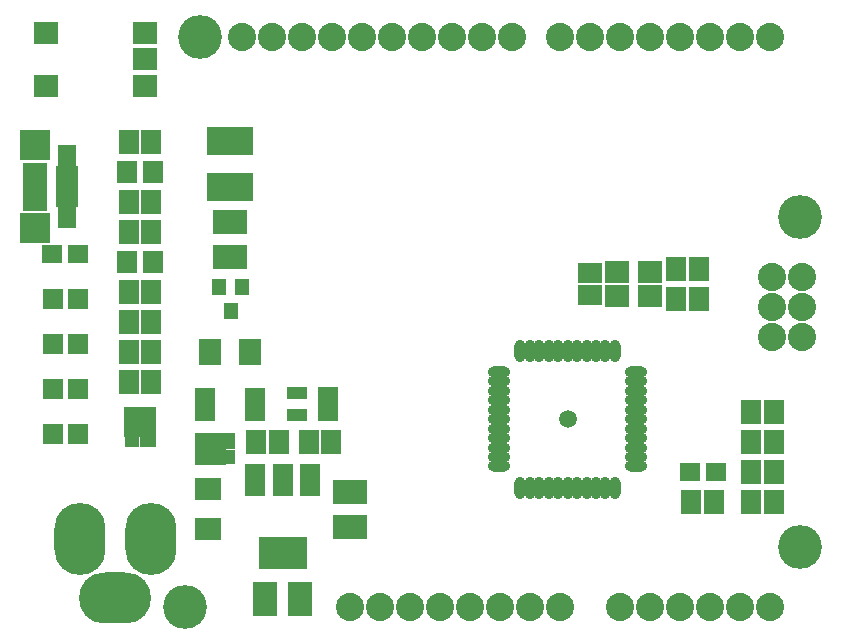
<source format=gts>
G04 (created by PCBNEW-RS274X (2012-01-19 BZR 3256)-stable) date 2013/3/11 15:33:10*
G01*
G70*
G90*
%MOIN*%
G04 Gerber Fmt 3.4, Leading zero omitted, Abs format*
%FSLAX34Y34*%
G04 APERTURE LIST*
%ADD10C,0.000100*%
%ADD11C,0.094000*%
%ADD12R,0.067200X0.067200*%
%ADD13R,0.067900X0.107900*%
%ADD14R,0.161700X0.106600*%
%ADD15R,0.067200X0.041600*%
%ADD16R,0.051000X0.055000*%
%ADD17O,0.240000X0.170000*%
%ADD18O,0.170000X0.240000*%
%ADD19R,0.082900X0.075100*%
%ADD20R,0.067200X0.075100*%
%ADD21R,0.082900X0.114400*%
%ADD22R,0.114400X0.082900*%
%ADD23C,0.146000*%
%ADD24R,0.067200X0.031800*%
%ADD25O,0.075100X0.037700*%
%ADD26O,0.037700X0.075100*%
%ADD27C,0.059300*%
%ADD28R,0.067200X0.059300*%
%ADD29R,0.153800X0.094800*%
%ADD30R,0.071100X0.079000*%
%ADD31R,0.079000X0.071100*%
%ADD32R,0.039600X0.053000*%
%ADD33R,0.039600X0.050000*%
%ADD34R,0.053000X0.039600*%
%ADD35R,0.050000X0.039600*%
%ADD36R,0.090800X0.075100*%
%ADD37R,0.075100X0.090800*%
%ADD38R,0.073000X0.036000*%
%ADD39R,0.101000X0.101000*%
%ADD40R,0.060000X0.080000*%
%ADD41R,0.080000X0.080000*%
%ADD42R,0.082900X0.073100*%
G04 APERTURE END LIST*
G54D10*
G54D11*
X53300Y-40500D03*
X54300Y-40500D03*
X53300Y-41500D03*
X54300Y-41500D03*
X53300Y-42500D03*
X54300Y-42500D03*
G54D12*
X30163Y-41250D03*
X29337Y-41250D03*
X30163Y-42750D03*
X29337Y-42750D03*
X30163Y-44250D03*
X29337Y-44250D03*
X30163Y-45750D03*
X29337Y-45750D03*
G54D13*
X37909Y-47280D03*
X37000Y-47280D03*
X36091Y-47280D03*
G54D14*
X37000Y-49720D03*
G54D15*
X38511Y-45124D03*
X38511Y-44750D03*
X38511Y-44376D03*
X37489Y-44376D03*
X37489Y-45124D03*
G54D16*
X35260Y-41650D03*
X34880Y-40850D03*
X35640Y-40850D03*
G54D17*
X31420Y-51200D03*
G54D18*
X32600Y-49230D03*
X30240Y-49230D03*
G54D19*
X32403Y-34135D03*
X29097Y-34135D03*
X32403Y-32365D03*
X29097Y-32365D03*
X32403Y-33250D03*
G54D20*
X31817Y-40000D03*
X32683Y-40000D03*
X31817Y-37000D03*
X32683Y-37000D03*
G54D21*
X36410Y-51250D03*
X37590Y-51250D03*
G54D22*
X39250Y-47660D03*
X39250Y-48840D03*
G54D23*
X34250Y-32500D03*
X54250Y-38500D03*
X33750Y-51500D03*
X54250Y-49500D03*
G54D24*
X34419Y-44366D03*
X34419Y-44622D03*
X34419Y-44877D03*
X34419Y-45133D03*
X36081Y-45133D03*
X36081Y-44877D03*
X36081Y-44622D03*
X36081Y-44366D03*
G54D25*
X48783Y-46824D03*
X48783Y-46509D03*
X48783Y-46194D03*
X48783Y-45879D03*
X48783Y-45564D03*
X48783Y-45250D03*
X48783Y-44936D03*
X48783Y-44621D03*
X48783Y-44306D03*
X48783Y-43991D03*
X48783Y-43676D03*
G54D26*
X48074Y-42967D03*
X47759Y-42967D03*
X47444Y-42967D03*
X47129Y-42967D03*
X46814Y-42967D03*
X46500Y-42967D03*
X46186Y-42967D03*
X45871Y-42967D03*
X45556Y-42967D03*
X45241Y-42967D03*
X44926Y-42967D03*
G54D25*
X44217Y-43676D03*
X44217Y-43991D03*
X44217Y-44306D03*
X44217Y-44621D03*
X44217Y-44936D03*
X44217Y-45250D03*
X44217Y-45564D03*
X44217Y-45879D03*
X44217Y-46194D03*
X44217Y-46509D03*
X44217Y-46824D03*
G54D26*
X44926Y-47533D03*
X45241Y-47533D03*
X45556Y-47533D03*
X45871Y-47533D03*
X46186Y-47533D03*
X46500Y-47533D03*
X46814Y-47533D03*
X47129Y-47533D03*
X47444Y-47533D03*
X47759Y-47533D03*
X48074Y-47533D03*
G54D27*
X46500Y-45250D03*
G54D28*
X51433Y-47000D03*
X50567Y-47000D03*
X29317Y-39750D03*
X30183Y-39750D03*
G54D22*
X35250Y-38660D03*
X35250Y-39840D03*
G54D29*
X35250Y-35983D03*
X35250Y-37517D03*
G54D11*
X37650Y-32500D03*
X38650Y-32500D03*
X43650Y-32500D03*
X42650Y-32500D03*
X41650Y-32500D03*
X40650Y-32500D03*
X39650Y-32500D03*
X36650Y-32500D03*
X35650Y-32500D03*
X44650Y-32500D03*
X52250Y-32500D03*
X51250Y-32500D03*
X50250Y-32500D03*
X49250Y-32500D03*
X48250Y-32500D03*
X47250Y-32500D03*
X46250Y-32500D03*
X53250Y-32500D03*
X48250Y-51500D03*
X49250Y-51500D03*
X50250Y-51500D03*
X51250Y-51500D03*
X52250Y-51500D03*
X53250Y-51500D03*
X40250Y-51500D03*
X41250Y-51500D03*
X42250Y-51500D03*
X43250Y-51500D03*
X44250Y-51500D03*
X45250Y-51500D03*
X46250Y-51500D03*
X39250Y-51500D03*
G54D30*
X31876Y-41000D03*
X32624Y-41000D03*
X53374Y-45000D03*
X52626Y-45000D03*
X37876Y-46000D03*
X38624Y-46000D03*
X36126Y-46000D03*
X36874Y-46000D03*
X50874Y-41250D03*
X50126Y-41250D03*
X31876Y-42000D03*
X32624Y-42000D03*
X31876Y-44000D03*
X32624Y-44000D03*
X50874Y-40250D03*
X50126Y-40250D03*
X51374Y-48000D03*
X50626Y-48000D03*
X52626Y-47000D03*
X53374Y-47000D03*
X32624Y-36000D03*
X31876Y-36000D03*
X31876Y-43000D03*
X32624Y-43000D03*
X53374Y-46000D03*
X52626Y-46000D03*
X53374Y-48000D03*
X52626Y-48000D03*
G54D31*
X47250Y-40376D03*
X47250Y-41124D03*
G54D30*
X31876Y-39000D03*
X32624Y-39000D03*
X31876Y-38000D03*
X32624Y-38000D03*
G54D32*
X34278Y-46515D03*
X34593Y-46515D03*
X34907Y-46515D03*
G54D33*
X35222Y-46515D03*
G54D32*
X35222Y-45985D03*
X34907Y-45985D03*
X34593Y-45985D03*
X34278Y-45985D03*
G54D34*
X31985Y-45028D03*
X31985Y-45343D03*
X31985Y-45657D03*
G54D35*
X31985Y-45972D03*
G54D34*
X32515Y-45972D03*
X32515Y-45657D03*
X32515Y-45343D03*
X32515Y-45028D03*
G54D36*
X34500Y-48919D03*
X34500Y-47581D03*
G54D37*
X34581Y-43000D03*
X35919Y-43000D03*
G54D38*
X29810Y-36980D03*
X29810Y-37240D03*
X29810Y-37500D03*
X29810Y-37760D03*
X29810Y-38020D03*
G54D39*
X28750Y-36120D03*
X28750Y-38880D03*
G54D40*
X29810Y-36520D03*
X29810Y-38480D03*
G54D41*
X28750Y-37100D03*
X28750Y-37900D03*
G54D42*
X49250Y-40350D03*
X48150Y-40350D03*
X48150Y-41150D03*
X49250Y-41150D03*
M02*

</source>
